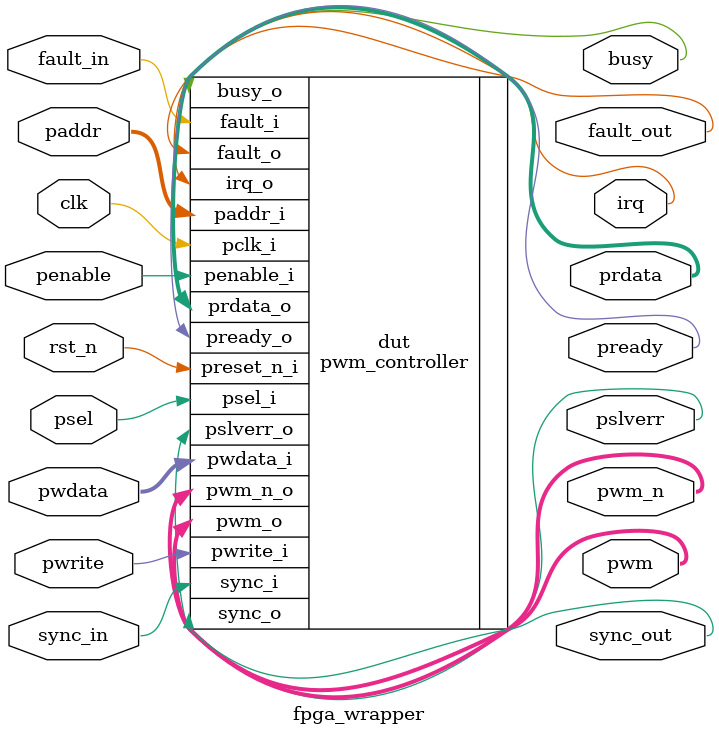
<source format=v>

module fpga_wrapper (
    input  wire        clk,
    input  wire        rst_n,
    // APB interface
    input  wire        psel,
    input  wire        penable,
    input  wire        pwrite,
    input  wire [11:0] paddr,
    input  wire [31:0] pwdata,
    output wire [31:0] prdata,
    output wire        pready,
    output wire        pslverr,
    // PWM outputs
    output wire [7:0]  pwm,
    output wire [7:0]  pwm_n,
    // Control/status
    input  wire        sync_in,
    output wire        sync_out,
    input  wire        fault_in,
    output wire        fault_out,
    output wire        irq,
    output wire        busy
);

    pwm_controller dut (
        .pclk_i(clk),
        .preset_n_i(rst_n),
        .psel_i(psel),
        .penable_i(penable),
        .pwrite_i(pwrite),
        .paddr_i(paddr),
        .pwdata_i(pwdata),
        .prdata_o(prdata),
        .pready_o(pready),
        .pslverr_o(pslverr),
        .pwm_o(pwm),
        .pwm_n_o(pwm_n),
        .sync_i(sync_in),
        .sync_o(sync_out),
        .fault_i(fault_in),
        .fault_o(fault_out),
        .irq_o(irq),
        .busy_o(busy)
    );

endmodule 
</source>
